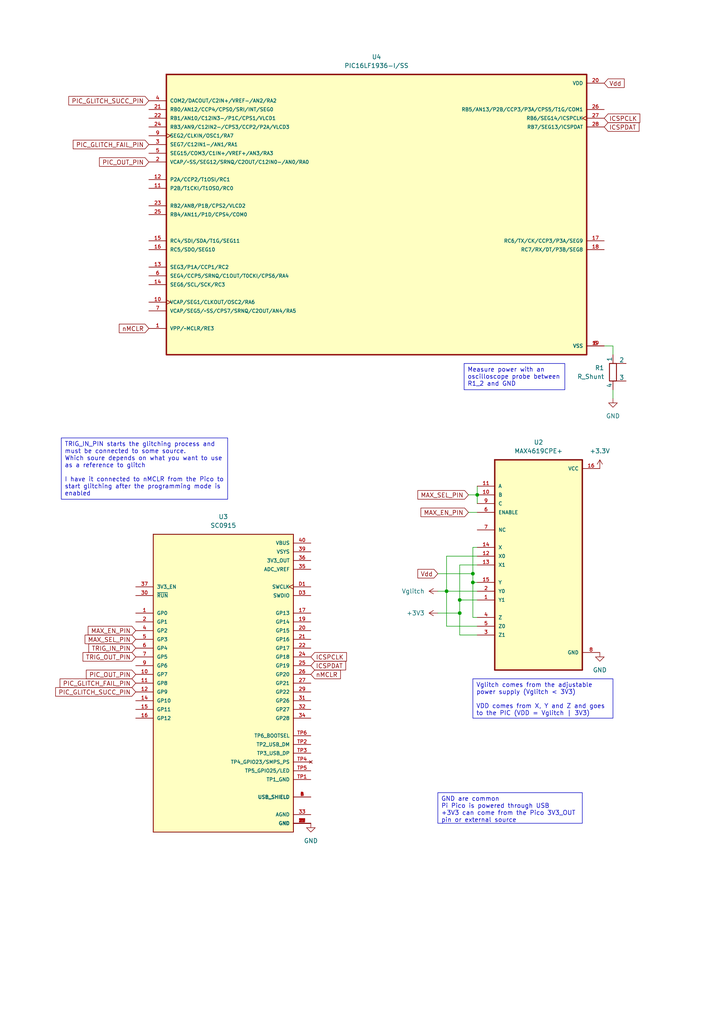
<source format=kicad_sch>
(kicad_sch (version 20230121) (generator eeschema)
  (paper "A4" portrait)
  (title_block (title "PicoMax") (date "2023-07-04") (rev "0.1") (company "ceres-c"))
  (lib_symbols
    (symbol "Device:R_Shunt" (pin_numbers hide) (pin_names (offset 0))
      (property "Reference" "R" (at -4.445 0 90))
      (property "Value" "R_Shunt" (at -2.54 0 90))
      (symbol "R_Shunt_0_1"
        (rectangle (start -1.016 -2.54) (end 1.016 2.54) (stroke (width 0.254)))
        (polyline (pts (xy 0 -2.54) (xy 1.27 -2.54)))
        (polyline (pts (xy 1.27 2.54) (xy 0 2.54)))
      )
      (symbol "R_Shunt_1_1"
        (pin passive line (at 0 5.08 270) (length 2.54) (name "1") (number "1"))
        (pin passive line (at 3.81 2.54 180) (length 2.54) (name "2") (number "2"))
        (pin passive line (at 3.81 -2.54 180) (length 2.54) (name "3") (number "3"))
        (pin passive line (at 0 -5.08 90) (length 2.54) (name "4") (number "4"))
      )
    )
    (symbol "MAX4916:MAX4619CPE+" (pin_names (offset 1.016))
      (property "Reference" "U" (at -12.7 31.48 0))
      (property "Value" "MAX4619CPE+" (at -12.7 -34.48 0))
      (symbol "MAX4619CPE+_0_0"
        (rectangle (start -12.7 -30.48) (end 12.7 30.48) (stroke (width 0.41)) (fill (type background)))
        (pin bidirectional line (at -17.78 -10.16 0) (length 5.08) (name "Y1") (number "1"))
        (pin input line (at -17.78 20.32 0) (length 5.08) (name "B") (number "10"))
        (pin input line (at -17.78 22.86 0) (length 5.08) (name "A") (number "11"))
        (pin bidirectional line (at -17.78 2.54 0) (length 5.08) (name "X0") (number "12"))
        (pin bidirectional line (at -17.78 0 0) (length 5.08) (name "X1") (number "13"))
        (pin bidirectional line (at -17.78 5.08 0) (length 5.08) (name "X") (number "14"))
        (pin bidirectional line (at -17.78 -5.08 0) (length 5.08) (name "Y") (number "15"))
        (pin power_in line (at 17.78 27.94 180) (length 5.08) (name "VCC") (number "16"))
        (pin bidirectional line (at -17.78 -7.62 0) (length 5.08) (name "Y0") (number "2"))
        (pin bidirectional line (at -17.78 -20.32 0) (length 5.08) (name "Z1") (number "3"))
        (pin bidirectional line (at -17.78 -15.24 0) (length 5.08) (name "Z") (number "4"))
        (pin bidirectional line (at -17.78 -17.78 0) (length 5.08) (name "Z0") (number "5"))
        (pin input line (at -17.78 15.24 0) (length 5.08) (name "ENABLE") (number "6"))
        (pin bidirectional line (at -17.78 10.16 0) (length 5.08) (name "NC") (number "7"))
        (pin power_in line (at 17.78 -25.4 180) (length 5.08) (name "GND") (number "8"))
        (pin input line (at -17.78 17.78 0) (length 5.08) (name "C") (number "9"))
      )
    )
    (symbol "PIC16F:PIC16LF1936-I{slash}SS" (pin_names (offset 1.016))
      (property "Reference" "U" (at -60.96 41.64 0))
      (property "Value" "PIC16LF1936-I{slash}SS" (at -60.96 -44.64 0))
      (symbol "PIC16LF1936-I{slash}SS_0_0"
        (rectangle (start -60.96 -40.64) (end 60.96 40.64) (stroke (width 0.41)) (fill (type background)))
        (pin bidirectional line (at -66.04 -33.02 0) (length 5.08) (name "VPP/~MCLR/RE3") (number "1"))
        (pin bidirectional clock (at -66.04 -25.4 0) (length 5.08) (name "VCAP/SEG1/CLKOUT/OSC2/RA6") (number "10"))
        (pin bidirectional line (at -66.04 7.62 0) (length 5.08) (name "P2B/T1CKI/T1OSO/RC0") (number "11"))
        (pin bidirectional line (at -66.04 10.16 0) (length 5.08) (name "P2A/CCP2/T1OSI/RC1") (number "12"))
        (pin bidirectional line (at -66.04 -15.24 0) (length 5.08) (name "SEG3/P1A/CCP1/RC2") (number "13"))
        (pin bidirectional line (at -66.04 -20.32 0) (length 5.08) (name "SEG6/SCL/SCK/RC3") (number "14"))
        (pin bidirectional line (at -66.04 -7.62 0) (length 5.08) (name "RC4/SDI/SDA/T1G/SEG11") (number "15"))
        (pin bidirectional line (at -66.04 -10.16 0) (length 5.08) (name "RC5/SDO/SEG10") (number "16"))
        (pin bidirectional line (at 66.04 -7.62 180) (length 5.08) (name "RC6/TX/CK/CCP3/P3A/SEG9") (number "17"))
        (pin bidirectional line (at 66.04 -10.16 180) (length 5.08) (name "RC7/RX/DT/P3B/SEG8") (number "18"))
        (pin power_in line (at 66.04 -38.1 180) (length 5.08) (name "VSS") (number "19"))
        (pin input line (at -66.04 15.24 0) (length 5.08) (name "VCAP/~SS/SEG12/SRNQ/C2OUT/C12IN0-/AN0/RA0") (number "2"))
        (pin power_in line (at 66.04 38.1 180) (length 5.08) (name "VDD") (number "20"))
        (pin input line (at -66.04 30.48 0) (length 5.08) (name "RB0/AN12/CCP4/CPS0/SRI/INT/SEG0") (number "21"))
        (pin input line (at -66.04 27.94 0) (length 5.08) (name "RB1/AN10/C12IN3-/P1C/CPS1/VLCD1") (number "22"))
        (pin bidirectional line (at -66.04 2.54 0) (length 5.08) (name "RB2/AN8/P1B/CPS2/VLCD2") (number "23"))
        (pin input line (at -66.04 25.4 0) (length 5.08) (name "RB3/AN9/C12IN2-/CPS3/CCP2/P2A/VLCD3") (number "24"))
        (pin bidirectional line (at -66.04 0 0) (length 5.08) (name "RB4/AN11/P1D/CPS4/COM0") (number "25"))
        (pin bidirectional line (at 66.04 30.48 180) (length 5.08) (name "RB5/AN13/P2B/CCP3/P3A/CPS5/T1G/COM1") (number "26"))
        (pin bidirectional clock (at 66.04 27.94 180) (length 5.08) (name "RB6/SEG14/ICSPCLK") (number "27"))
        (pin bidirectional line (at 66.04 25.4 180) (length 5.08) (name "RB7/SEG13/ICSPDAT") (number "28"))
        (pin input line (at -66.04 20.32 0) (length 5.08) (name "SEG7/C12IN1-/AN1/RA1") (number "3"))
        (pin input line (at -66.04 33.02 0) (length 5.08) (name "COM2/DACOUT/C2IN+/VREF-/AN2/RA2") (number "4"))
        (pin input line (at -66.04 17.78 0) (length 5.08) (name "SEG15/COM3/C1IN+/VREF+/AN3/RA3") (number "5"))
        (pin bidirectional line (at -66.04 -17.78 0) (length 5.08) (name "SEG4/CCP5/SRNQ/C1OUT/T0CKI/CPS6/RA4") (number "6"))
        (pin bidirectional line (at -66.04 -27.94 0) (length 5.08) (name "VCAP/SEG5/~SS/CPS7/SRNQ/C2OUT/AN4/RA5") (number "7"))
        (pin power_in line (at 66.04 -38.1 180) (length 5.08) (name "VSS") (number "8"))
        (pin input clock (at -66.04 22.86 0) (length 5.08) (name "SEG2/CLKIN/OSC1/RA7") (number "9"))
      )
    )
    (symbol "PiPico:SC0915" (pin_names (offset 1.016))
      (property "Reference" "U" (at -20.32 44.069 0))
      (property "Value" "SC0915" (at -20.32 -45.72 0))
      (symbol "SC0915_0_0"
        (rectangle (start -20.32 -43.18) (end 20.32 43.18) (stroke (width 0.254)) (fill (type background)))
        (pin bidirectional line (at -25.4 20.32 0) (length 5.08) (name "GP0") (number "1"))
        (pin bidirectional line (at -25.4 2.54 0) (length 5.08) (name "GP7") (number "10"))
        (pin bidirectional line (at -25.4 0 0) (length 5.08) (name "GP8") (number "11"))
        (pin bidirectional line (at -25.4 -2.54 0) (length 5.08) (name "GP9") (number "12"))
        (pin power_in line (at 25.4 -40.64 180) (length 5.08) (name "GND") (number "13"))
        (pin bidirectional line (at -25.4 -5.08 0) (length 5.08) (name "GP10") (number "14"))
        (pin bidirectional line (at -25.4 -7.62 0) (length 5.08) (name "GP11") (number "15"))
        (pin bidirectional line (at -25.4 -10.16 0) (length 5.08) (name "GP12") (number "16"))
        (pin bidirectional line (at 25.4 20.32 180) (length 5.08) (name "GP13") (number "17"))
        (pin power_in line (at 25.4 -40.64 180) (length 5.08) (name "GND") (number "18"))
        (pin bidirectional line (at 25.4 17.78 180) (length 5.08) (name "GP14") (number "19"))
        (pin bidirectional line (at -25.4 17.78 0) (length 5.08) (name "GP1") (number "2"))
        (pin bidirectional line (at 25.4 15.24 180) (length 5.08) (name "GP15") (number "20"))
        (pin bidirectional line (at 25.4 12.7 180) (length 5.08) (name "GP16") (number "21"))
        (pin bidirectional line (at 25.4 10.16 180) (length 5.08) (name "GP17") (number "22"))
        (pin power_in line (at 25.4 -40.64 180) (length 5.08) (name "GND") (number "23"))
        (pin bidirectional line (at 25.4 7.62 180) (length 5.08) (name "GP18") (number "24"))
        (pin bidirectional line (at 25.4 5.08 180) (length 5.08) (name "GP19") (number "25"))
        (pin bidirectional line (at 25.4 2.54 180) (length 5.08) (name "GP20") (number "26"))
        (pin bidirectional line (at 25.4 0 180) (length 5.08) (name "GP21") (number "27"))
        (pin power_in line (at 25.4 -40.64 180) (length 5.08) (name "GND") (number "28"))
        (pin bidirectional line (at 25.4 -2.54 180) (length 5.08) (name "GP22") (number "29"))
        (pin power_in line (at 25.4 -40.64 180) (length 5.08) (name "GND") (number "3"))
        (pin input line (at -25.4 25.4 0) (length 5.08) (name "~{RUN}") (number "30"))
        (pin bidirectional line (at 25.4 -5.08 180) (length 5.08) (name "GP26") (number "31"))
        (pin bidirectional line (at 25.4 -7.62 180) (length 5.08) (name "GP27") (number "32"))
        (pin power_in line (at 25.4 -38.1 180) (length 5.08) (name "AGND") (number "33"))
        (pin bidirectional line (at 25.4 -10.16 180) (length 5.08) (name "GP28") (number "34"))
        (pin power_in line (at 25.4 33.02 180) (length 5.08) (name "ADC_VREF") (number "35"))
        (pin power_in line (at 25.4 35.56 180) (length 5.08) (name "3V3_OUT") (number "36"))
        (pin input line (at -25.4 27.94 0) (length 5.08) (name "3V3_EN") (number "37"))
        (pin power_in line (at 25.4 -40.64 180) (length 5.08) (name "GND") (number "38"))
        (pin power_in line (at 25.4 38.1 180) (length 5.08) (name "VSYS") (number "39"))
        (pin bidirectional line (at -25.4 15.24 0) (length 5.08) (name "GP2") (number "4"))
        (pin power_in line (at 25.4 40.64 180) (length 5.08) (name "VBUS") (number "40"))
        (pin bidirectional line (at -25.4 12.7 0) (length 5.08) (name "GP3") (number "5"))
        (pin bidirectional line (at -25.4 10.16 0) (length 5.08) (name "GP4") (number "6"))
        (pin bidirectional line (at -25.4 7.62 0) (length 5.08) (name "GP5") (number "7"))
        (pin power_in line (at 25.4 -40.64 180) (length 5.08) (name "GND") (number "8"))
        (pin bidirectional line (at -25.4 5.08 0) (length 5.08) (name "GP6") (number "9"))
        (pin power_in line (at 25.4 -33.02 180) (length 5.08) (name "USB_SHIELD") (number "A"))
        (pin power_in line (at 25.4 -33.02 180) (length 5.08) (name "USB_SHIELD") (number "B"))
        (pin power_in line (at 25.4 -33.02 180) (length 5.08) (name "USB_SHIELD") (number "C"))
        (pin power_in line (at 25.4 -33.02 180) (length 5.08) (name "USB_SHIELD") (number "D"))
        (pin input clock (at 25.4 27.94 180) (length 5.08) (name "SWCLK") (number "D1"))
        (pin power_in line (at 25.4 -40.64 180) (length 5.08) (name "GND") (number "D2"))
        (pin bidirectional line (at 25.4 25.4 180) (length 5.08) (name "SWDIO") (number "D3"))
        (pin power_in line (at 25.4 -27.94 180) (length 5.08) (name "TP1_GND") (number "TP1"))
        (pin bidirectional line (at 25.4 -17.78 180) (length 5.08) (name "TP2_USB_DM") (number "TP2"))
        (pin bidirectional line (at 25.4 -20.32 180) (length 5.08) (name "TP3_USB_DP") (number "TP3"))
        (pin no_connect line (at 25.4 -22.86 180) (length 5.08) (name "TP4_GPIO23/SMPS_PS") (number "TP4"))
        (pin output line (at 25.4 -25.4 180) (length 5.08) (name "TP5_GPIO25/LED") (number "TP5"))
        (pin input line (at 25.4 -15.24 180) (length 5.08) (name "TP6_BOOTSEL") (number "TP6"))
      )
    )
    (symbol "Vglitch:Vglitch" (power) (pin_names (offset 0))
      (property "Value" "Vglitch" (at 0 3.81 0))
      (symbol "Vglitch_0_1"
        (polyline (pts (xy -0.762 1.27) (xy 0 2.54)))
        (polyline (pts (xy 0 0) (xy 0 2.54)))
        (polyline (pts (xy 0 2.54) (xy 0.762 1.27)))
      )
      (symbol "Vglitch_1_1"
        (pin power_in line (at 0 0 90) (length 0) hide (name "Vglitch") (number "1"))
      )
    )
    (symbol "power:+3.3V" (power) (pin_names (offset 0))
      (property "Value" "+3.3V" (at 0 3.556 0))
      (symbol "+3.3V_0_1"
        (polyline (pts (xy -0.762 1.27) (xy 0 2.54)))
        (polyline (pts (xy 0 0) (xy 0 2.54)))
        (polyline (pts (xy 0 2.54) (xy 0.762 1.27)))
      )
      (symbol "+3.3V_1_1"
        (pin power_in line (at 0 0 90) (length 0) hide (name "+3.3V") (number "1"))
      )
    )
    (symbol "power:+3V3" (power) (pin_names (offset 0))
      (property "Value" "+3V3" (at 0 3.556 0))
      (symbol "+3V3_0_1"
        (polyline (pts (xy -0.762 1.27) (xy 0 2.54)))
        (polyline (pts (xy 0 0) (xy 0 2.54)))
        (polyline (pts (xy 0 2.54) (xy 0.762 1.27)))
      )
      (symbol "+3V3_1_1"
        (pin power_in line (at 0 0 90) (length 0) hide (name "+3V3") (number "1"))
      )
    )
    (symbol "power:GND" (power) (pin_names (offset 0))
      (property "Value" "GND" (at 0 -3.81 0))
      (symbol "GND_0_1"
        (polyline (pts (xy 0 0) (xy 0 -1.27) (xy 1.27 -1.27) (xy 0 -2.54) (xy -1.27 -1.27) (xy 0 -1.27)))
      )
      (symbol "GND_1_1"
        (pin power_in line (at 0 0 270) (length 0) hide (name "GND") (number "1"))
      )
    )
  )
  (junction (at 137.16 166.37))
  (junction (at 129.54 171.45))
  (junction (at 138.43 143.51))
  (junction (at 133.35 177.8))
  (junction (at 133.35 173.99))
  (junction (at 137.16 168.91))
  (wire (pts (xy 133.35 173.99) (xy 138.43 173.99)))
  (wire (pts (xy 129.54 161.29) (xy 129.54 171.45)))
  (wire (pts (xy 129.54 171.45) (xy 138.43 171.45)))
  (wire (pts (xy 138.43 181.61) (xy 129.54 181.61)))
  (wire (pts (xy 175.26 100.33) (xy 177.8 100.33)))
  (wire (pts (xy 138.43 179.07) (xy 137.16 179.07)))
  (wire (pts (xy 138.43 184.15) (xy 133.35 184.15)))
  (wire (pts (xy 133.35 177.8) (xy 133.35 173.99)))
  (wire (pts (xy 137.16 158.75) (xy 138.43 158.75)))
  (wire (pts (xy 138.43 163.83) (xy 133.35 163.83)))
  (wire (pts (xy 138.43 161.29) (xy 129.54 161.29)))
  (wire (pts (xy 133.35 163.83) (xy 133.35 173.99)))
  (wire (pts (xy 177.8 113.03) (xy 177.8 115.57)))
  (wire (pts (xy 135.89 148.59) (xy 138.43 148.59)))
  (wire (pts (xy 127 166.37) (xy 137.16 166.37)))
  (wire (pts (xy 137.16 166.37) (xy 137.16 168.91)))
  (wire (pts (xy 133.35 184.15) (xy 133.35 177.8)))
  (wire (pts (xy 137.16 166.37) (xy 137.16 158.75)))
  (wire (pts (xy 127 171.45) (xy 129.54 171.45)))
  (wire (pts (xy 137.16 168.91) (xy 138.43 168.91)))
  (wire (pts (xy 127 177.8) (xy 133.35 177.8)))
  (wire (pts (xy 137.16 179.07) (xy 137.16 168.91)))
  (wire (pts (xy 177.8 100.33) (xy 177.8 102.87)))
  (wire (pts (xy 135.89 143.51) (xy 138.43 143.51)))
  (wire (pts (xy 138.43 140.97) (xy 138.43 143.51)))
  (wire (pts (xy 129.54 171.45) (xy 129.54 181.61)))
  (wire (pts (xy 138.43 143.51) (xy 138.43 146.05)))
  (text_box "Measure power with an oscilloscope probe between R1_2 and GND" (at 134.62 105.41 0) (size 29.21 7.62) (effects (font (size 1.27 1.27)) (justify left top)))
  (text_box "GND are common\nPi Pico is powered through USB\n+3V3 can come from the Pico 3V3_OUT pin or external source" (at 127 229.87 0) (size 41.91 8.89) (effects (font (size 1.27 1.27)) (justify left top)))
  (text_box "TRIG_IN_PIN starts the glitching process and must be connected to some source.\nWhich soure depends on what you want to use as a reference to glitch\n\nI have it connected to nMCLR from the Pico to start glitching after the programming mode is enabled" (at 17.78 127 0) (size 48.26 17.78) (effects (font (size 1.27 1.27)) (justify left top)))
  (text_box "Vglitch comes from the adjustable power supply (Vglitch < 3V3)\n\nVDD comes from X, Y and Z and goes to the PIC (VDD = Vglitch | 3V3)" (at 137.16 196.85 0) (size 40.64 11.43) (effects (font (size 1.27 1.27)) (justify left top)))
  (global_label "MAX_EN_PIN" (shape input) (at 135.89 148.59 180) (property "Intersheetrefs" "${INTERSHEET_REFS}" (effects hide)))
  (global_label "Vdd" (shape input) (at 127 166.37 180) (property "Intersheetrefs" "${INTERSHEET_REFS}" (effects hide)))
  (global_label "PIC_GLITCH_SUCC_PIN" (shape input) (at 43.18 29.21 180) (property "Intersheetrefs" "${INTERSHEET_REFS}" (effects hide)))
  (global_label "MAX_SEL_PIN" (shape input) (at 135.89 143.51 180) (property "Intersheetrefs" "${INTERSHEET_REFS}" (effects hide)))
  (global_label "PIC_OUT_PIN" (shape input) (at 39.37 195.58 180) (property "Intersheetrefs" "${INTERSHEET_REFS}" (effects hide)))
  (global_label "PIC_OUT_PIN" (shape input) (at 43.18 46.99 180) (property "Intersheetrefs" "${INTERSHEET_REFS}" (effects hide)))
  (global_label "MAX_EN_PIN" (shape input) (at 39.37 182.88 180) (property "Intersheetrefs" "${INTERSHEET_REFS}" (effects hide)))
  (global_label "TRIG_OUT_PIN" (shape input) (at 39.37 190.5 180) (property "Intersheetrefs" "${INTERSHEET_REFS}" (effects hide)))
  (global_label "ICSPDAT" (shape input) (at 90.17 193.04 0) (property "Intersheetrefs" "${INTERSHEET_REFS}" (effects hide)))
  (global_label "TRIG_IN_PIN" (shape input) (at 39.37 187.96 180) (property "Intersheetrefs" "${INTERSHEET_REFS}" (effects hide)))
  (global_label "ICSPCLK" (shape input) (at 90.17 190.5 0) (property "Intersheetrefs" "${INTERSHEET_REFS}" (effects hide)))
  (global_label "nMCLR" (shape input) (at 90.17 195.58 0) (property "Intersheetrefs" "${INTERSHEET_REFS}" (effects hide)))
  (global_label "ICSPCLK" (shape input) (at 175.26 34.29 0) (property "Intersheetrefs" "${INTERSHEET_REFS}" (effects hide)))
  (global_label "PIC_GLITCH_FAIL_PIN" (shape input) (at 43.18 41.91 180) (property "Intersheetrefs" "${INTERSHEET_REFS}" (effects hide)))
  (global_label "ICSPDAT" (shape input) (at 175.26 36.83 0) (property "Intersheetrefs" "${INTERSHEET_REFS}" (effects hide)))
  (global_label "PIC_GLITCH_FAIL_PIN" (shape input) (at 39.37 198.12 180) (property "Intersheetrefs" "${INTERSHEET_REFS}" (effects hide)))
  (global_label "MAX_SEL_PIN" (shape input) (at 39.37 185.42 180) (property "Intersheetrefs" "${INTERSHEET_REFS}" (effects hide)))
  (global_label "Vdd" (shape input) (at 175.26 24.13 0) (property "Intersheetrefs" "${INTERSHEET_REFS}" (effects hide)))
  (global_label "PIC_GLITCH_SUCC_PIN" (shape input) (at 39.37 200.66 180) (property "Intersheetrefs" "${INTERSHEET_REFS}" (effects hide)))
  (global_label "nMCLR" (shape input) (at 43.18 95.25 180) (property "Intersheetrefs" "${INTERSHEET_REFS}" (effects hide)))
  (symbol (lib_id "Device:R_Shunt") (at 177.8 107.95 0) (unit 1)
    (property "Reference" "R1" (at 175.26 106.68 0) (effects (justify right)))
    (property "Value" "R_Shunt" (at 175.26 109.22 0) (effects (justify right)))
  )
  (symbol (lib_id "power:GND") (at 90.17 238.76 0) (unit 1)
    (property "Reference" "#PWR03" (effects hide))
    (property "Value" "GND" (at 90.17 243.84 0))
  )
  (symbol (lib_id "power:+3.3V") (at 173.99 135.89 0) (unit 1)
    (property "Reference" "#PWR04" (effects hide))
    (property "Value" "+3.3V" (at 173.99 130.81 0))
  )
  (symbol (lib_id "PIC16F:PIC16LF1936-I{slash}SS") (at 109.22 62.23 0) (unit 1)
    (property "Reference" "U4" (at 109.22 16.51 0))
    (property "Value" "PIC16LF1936-I/SS" (at 109.22 19.05 0))
    (property "Footprint" "SOP65P780X200-28N" (effects hide))
  )
  (symbol (lib_id "Vglitch:Vglitch") (at 127 171.45 90) (unit 1)
    (property "Reference" "#PWR05" (effects hide))
    (property "Value" "Vglitch" (at 123.19 171.45 90) (effects (justify left)))
  )
  (symbol (lib_id "MAX4916:MAX4619CPE+") (at 156.21 163.83 0) (unit 1)
    (property "Reference" "U2" (at 156.21 128.27 0))
    (property "Value" "MAX4619CPE+" (at 156.21 130.81 0))
    (property "Footprint" "MAX4916:DIP794W47P254L1943H457Q16" (effects hide))
  )
  (symbol (lib_id "power:GND") (at 177.8 115.57 0) (unit 1)
    (property "Reference" "#PWR02" (effects hide))
    (property "Value" "GND" (at 177.8 120.65 0))
  )
  (symbol (lib_id "power:+3V3") (at 127 177.8 90) (unit 1)
    (property "Reference" "#PWR06" (effects hide))
    (property "Value" "+3V3" (at 123.19 177.8 90) (effects (justify left)))
  )
  (symbol (lib_id "PiPico:SC0915") (at 64.77 198.12 0) (unit 1)
    (property "Reference" "U3" (at 64.77 149.86 0))
    (property "Value" "SC0915" (at 64.77 152.4 0))
    (property "Footprint" "MODULE_SC0915" (effects hide))
    (property "PARTREV" "1.9" (effects hide))
    (property "SNAPEDA_PN" "SC0915" (effects hide))
    (property "STANDARD" "Manufacturer Recommendations" (effects hide))
    (property "MANUFACTURER" "Pi Supply" (effects hide))
  )
  (symbol (lib_id "power:GND") (at 173.99 189.23 0) (unit 1)
    (property "Reference" "#PWR01" (effects hide))
    (property "Value" "GND" (at 173.99 194.31 0))
  )
)
</source>
